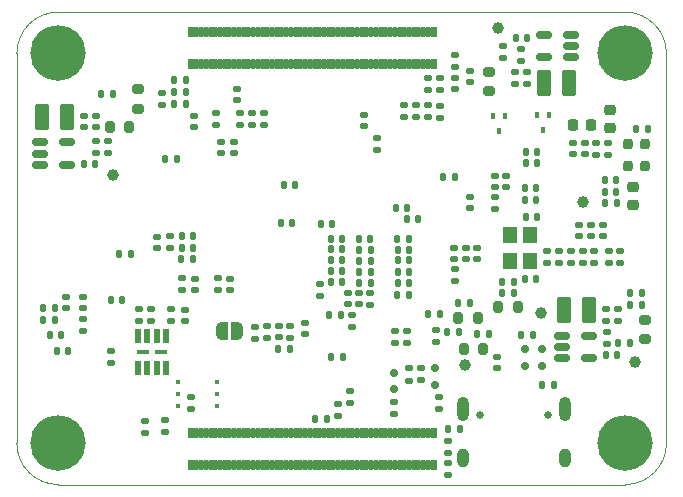
<source format=gbs>
G04 #@! TF.GenerationSoftware,KiCad,Pcbnew,9.0.2+dfsg-1*
G04 #@! TF.CreationDate,2025-11-26T16:26:47+01:00*
G04 #@! TF.ProjectId,ulx5m-gs,756c7835-6d2d-4677-932e-6b696361645f,rev?*
G04 #@! TF.SameCoordinates,Original*
G04 #@! TF.FileFunction,Soldermask,Bot*
G04 #@! TF.FilePolarity,Negative*
%FSLAX46Y46*%
G04 Gerber Fmt 4.6, Leading zero omitted, Abs format (unit mm)*
G04 Created by KiCad (PCBNEW 9.0.2+dfsg-1) date 2025-11-26 16:26:47*
%MOMM*%
%LPD*%
G01*
G04 APERTURE LIST*
G04 Aperture macros list*
%AMRoundRect*
0 Rectangle with rounded corners*
0 $1 Rounding radius*
0 $2 $3 $4 $5 $6 $7 $8 $9 X,Y pos of 4 corners*
0 Add a 4 corners polygon primitive as box body*
4,1,4,$2,$3,$4,$5,$6,$7,$8,$9,$2,$3,0*
0 Add four circle primitives for the rounded corners*
1,1,$1+$1,$2,$3*
1,1,$1+$1,$4,$5*
1,1,$1+$1,$6,$7*
1,1,$1+$1,$8,$9*
0 Add four rect primitives between the rounded corners*
20,1,$1+$1,$2,$3,$4,$5,0*
20,1,$1+$1,$4,$5,$6,$7,0*
20,1,$1+$1,$6,$7,$8,$9,0*
20,1,$1+$1,$8,$9,$2,$3,0*%
%AMFreePoly0*
4,1,23,0.500000,-0.750000,0.000000,-0.750000,0.000000,-0.745722,-0.065263,-0.745722,-0.191342,-0.711940,-0.304381,-0.646677,-0.396677,-0.554381,-0.461940,-0.441342,-0.495722,-0.315263,-0.495722,-0.250000,-0.500000,-0.250000,-0.500000,0.250000,-0.495722,0.250000,-0.495722,0.315263,-0.461940,0.441342,-0.396677,0.554381,-0.304381,0.646677,-0.191342,0.711940,-0.065263,0.745722,0.000000,0.745722,
0.000000,0.750000,0.500000,0.750000,0.500000,-0.750000,0.500000,-0.750000,$1*%
%AMFreePoly1*
4,1,23,0.000000,0.745722,0.065263,0.745722,0.191342,0.711940,0.304381,0.646677,0.396677,0.554381,0.461940,0.441342,0.495722,0.315263,0.495722,0.250000,0.500000,0.250000,0.500000,-0.250000,0.495722,-0.250000,0.495722,-0.315263,0.461940,-0.441342,0.396677,-0.554381,0.304381,-0.646677,0.191342,-0.711940,0.065263,-0.745722,0.000000,-0.745722,0.000000,-0.750000,-0.500000,-0.750000,
-0.500000,0.750000,0.000000,0.750000,0.000000,0.745722,0.000000,0.745722,$1*%
G04 Aperture macros list end*
%ADD10C,4.700000*%
%ADD11C,0.650000*%
%ADD12O,1.000000X1.600000*%
%ADD13O,1.000000X2.100000*%
%ADD14RoundRect,0.200000X0.275000X-0.200000X0.275000X0.200000X-0.275000X0.200000X-0.275000X-0.200000X0*%
%ADD15RoundRect,0.140000X-0.140000X-0.170000X0.140000X-0.170000X0.140000X0.170000X-0.140000X0.170000X0*%
%ADD16RoundRect,0.140000X0.140000X0.170000X-0.140000X0.170000X-0.140000X-0.170000X0.140000X-0.170000X0*%
%ADD17RoundRect,0.140000X-0.170000X0.140000X-0.170000X-0.140000X0.170000X-0.140000X0.170000X0.140000X0*%
%ADD18RoundRect,0.140000X0.170000X-0.140000X0.170000X0.140000X-0.170000X0.140000X-0.170000X-0.140000X0*%
%ADD19RoundRect,0.135000X0.185000X-0.135000X0.185000X0.135000X-0.185000X0.135000X-0.185000X-0.135000X0*%
%ADD20RoundRect,0.150000X0.200000X-0.150000X0.200000X0.150000X-0.200000X0.150000X-0.200000X-0.150000X0*%
%ADD21RoundRect,0.135000X-0.135000X-0.185000X0.135000X-0.185000X0.135000X0.185000X-0.135000X0.185000X0*%
%ADD22RoundRect,0.218750X-0.256250X0.218750X-0.256250X-0.218750X0.256250X-0.218750X0.256250X0.218750X0*%
%ADD23RoundRect,0.250000X-0.375000X-0.850000X0.375000X-0.850000X0.375000X0.850000X-0.375000X0.850000X0*%
%ADD24RoundRect,0.135000X-0.185000X0.135000X-0.185000X-0.135000X0.185000X-0.135000X0.185000X0.135000X0*%
%ADD25RoundRect,0.200000X-0.200000X-0.275000X0.200000X-0.275000X0.200000X0.275000X-0.200000X0.275000X0*%
%ADD26FreePoly0,0.000000*%
%ADD27FreePoly1,0.000000*%
%ADD28C,1.000000*%
%ADD29RoundRect,0.135000X0.135000X0.185000X-0.135000X0.185000X-0.135000X-0.185000X0.135000X-0.185000X0*%
%ADD30RoundRect,0.102000X0.115000X0.330000X-0.115000X0.330000X-0.115000X-0.330000X0.115000X-0.330000X0*%
%ADD31RoundRect,0.102000X0.175000X0.330000X-0.175000X0.330000X-0.175000X-0.330000X0.175000X-0.330000X0*%
%ADD32RoundRect,0.150000X-0.200000X0.150000X-0.200000X-0.150000X0.200000X-0.150000X0.200000X0.150000X0*%
%ADD33RoundRect,0.218750X0.256250X-0.218750X0.256250X0.218750X-0.256250X0.218750X-0.256250X-0.218750X0*%
%ADD34RoundRect,0.150000X0.512500X0.150000X-0.512500X0.150000X-0.512500X-0.150000X0.512500X-0.150000X0*%
%ADD35RoundRect,0.150000X-0.512500X-0.150000X0.512500X-0.150000X0.512500X0.150000X-0.512500X0.150000X0*%
%ADD36RoundRect,0.218750X-0.218750X-0.256250X0.218750X-0.256250X0.218750X0.256250X-0.218750X0.256250X0*%
%ADD37RoundRect,0.100000X0.100000X-0.155000X0.100000X0.155000X-0.100000X0.155000X-0.100000X-0.155000X0*%
%ADD38RoundRect,0.065500X0.196500X-0.556500X0.196500X0.556500X-0.196500X0.556500X-0.196500X-0.556500X0*%
%ADD39RoundRect,0.050500X0.451500X-0.151500X0.451500X0.151500X-0.451500X0.151500X-0.451500X-0.151500X0*%
%ADD40RoundRect,0.200000X0.200000X0.275000X-0.200000X0.275000X-0.200000X-0.275000X0.200000X-0.275000X0*%
%ADD41R,1.200000X1.400000*%
%ADD42RoundRect,0.250000X0.375000X0.850000X-0.375000X0.850000X-0.375000X-0.850000X0.375000X-0.850000X0*%
%ADD43RoundRect,0.200000X0.200000X0.250000X-0.200000X0.250000X-0.200000X-0.250000X0.200000X-0.250000X0*%
%ADD44C,0.450000*%
G04 #@! TA.AperFunction,Profile*
%ADD45C,0.100000*%
G04 #@! TD*
G04 APERTURE END LIST*
D10*
X62710000Y-93980000D03*
X110710000Y-60980000D03*
D11*
X98410000Y-91618750D03*
X104190000Y-91618750D03*
D12*
X96982000Y-95268750D03*
D13*
X96982000Y-91088750D03*
X105618000Y-91088750D03*
D12*
X105618000Y-95268750D03*
D10*
X110710000Y-93980000D03*
X62710000Y-60980000D03*
D14*
X99210000Y-64180000D03*
X99210000Y-62530000D03*
D15*
X84970000Y-75410000D03*
X85930000Y-75410000D03*
X88210000Y-77610000D03*
X89170000Y-77610000D03*
X91440000Y-77580000D03*
X92400000Y-77580000D03*
D16*
X96610000Y-84550000D03*
X95650000Y-84550000D03*
D17*
X96240000Y-77430000D03*
X96240000Y-78390000D03*
D18*
X110090000Y-83600000D03*
X110090000Y-82640000D03*
D19*
X110310000Y-78700000D03*
X110310000Y-77680000D03*
D14*
X112370000Y-85185000D03*
X112370000Y-83535000D03*
D18*
X73460000Y-83620000D03*
X73460000Y-82660000D03*
X99660000Y-74110000D03*
X99660000Y-73150000D03*
D20*
X94620000Y-87640000D03*
X94620000Y-89040000D03*
D17*
X94670000Y-84410000D03*
X94670000Y-85370000D03*
D21*
X85800000Y-86680000D03*
X86820000Y-86680000D03*
D22*
X109440000Y-65730000D03*
X109440000Y-67305000D03*
D15*
X88210000Y-79460000D03*
X89170000Y-79460000D03*
D17*
X89670000Y-68160000D03*
X89670000Y-69120000D03*
D19*
X95700000Y-96695000D03*
X95700000Y-95675000D03*
D15*
X67140000Y-81840000D03*
X68100000Y-81840000D03*
D19*
X73990000Y-91120000D03*
X73990000Y-90100000D03*
D18*
X95000000Y-64060000D03*
X95000000Y-63100000D03*
X77230000Y-81000000D03*
X77230000Y-80040000D03*
D16*
X92270000Y-74040000D03*
X91310000Y-74040000D03*
X103160000Y-80060000D03*
X102200000Y-80060000D03*
D17*
X107285000Y-68570000D03*
X107285000Y-69530000D03*
D21*
X100260000Y-80340000D03*
X101280000Y-80340000D03*
D16*
X109970000Y-71720000D03*
X109010000Y-71720000D03*
D23*
X105505000Y-82680000D03*
X107655000Y-82680000D03*
D24*
X79410000Y-84110000D03*
X79410000Y-85130000D03*
D25*
X99985000Y-82470000D03*
X101635000Y-82470000D03*
D26*
X76580000Y-84510000D03*
D27*
X77880000Y-84510000D03*
D16*
X97540000Y-82150000D03*
X96580000Y-82150000D03*
D17*
X106295000Y-68570000D03*
X106295000Y-69530000D03*
D18*
X77610000Y-69410000D03*
X77610000Y-68450000D03*
D17*
X80400000Y-84070000D03*
X80400000Y-85030000D03*
D15*
X91440000Y-80440000D03*
X92400000Y-80440000D03*
D19*
X80140000Y-67010000D03*
X80140000Y-65990000D03*
D18*
X97540000Y-74060000D03*
X97540000Y-73100000D03*
X96270000Y-80220000D03*
X96270000Y-79260000D03*
D28*
X107130000Y-73590000D03*
D18*
X88590000Y-67160000D03*
X88590000Y-66200000D03*
D15*
X91440000Y-79460000D03*
X92400000Y-79460000D03*
D18*
X65880000Y-67220000D03*
X65880000Y-66260000D03*
D24*
X72230000Y-82610000D03*
X72230000Y-83630000D03*
D18*
X106835000Y-76430000D03*
X106835000Y-75470000D03*
X74300000Y-81000000D03*
X74300000Y-80040000D03*
D17*
X92210000Y-84500000D03*
X92210000Y-85460000D03*
D16*
X102410000Y-59640000D03*
X101450000Y-59640000D03*
X109970000Y-72690000D03*
X109010000Y-72690000D03*
D14*
X69495001Y-65642000D03*
X69495001Y-63992000D03*
D29*
X112110000Y-81240000D03*
X111090000Y-81240000D03*
D19*
X65910000Y-69430000D03*
X65910000Y-68410000D03*
D17*
X101410000Y-62590000D03*
X101410000Y-63550000D03*
D30*
X94010000Y-93125000D03*
X94010000Y-95835000D03*
X93610000Y-93125000D03*
X93610000Y-95835000D03*
X93210000Y-93125000D03*
X93210000Y-95835000D03*
X92810000Y-93125000D03*
X92810000Y-95835000D03*
X92410000Y-93125000D03*
X92410000Y-95835000D03*
X92010000Y-93125000D03*
X92010000Y-95835000D03*
X91610000Y-93125000D03*
X91610000Y-95835000D03*
X91210000Y-93125000D03*
X91210000Y-95835000D03*
X90810000Y-93125000D03*
X90810000Y-95835000D03*
X90410000Y-93125000D03*
X90410000Y-95835000D03*
X90010000Y-93125000D03*
X90010000Y-95835000D03*
X89610000Y-93125000D03*
X89610000Y-95835000D03*
X89210000Y-93125000D03*
X89210000Y-95835000D03*
X88810000Y-93125000D03*
X88810000Y-95835000D03*
X88410000Y-93125000D03*
X88410000Y-95835000D03*
X88010000Y-93125000D03*
X88010000Y-95835000D03*
X87610000Y-93125000D03*
X87610000Y-95835000D03*
X87210000Y-93125000D03*
X87210000Y-95835000D03*
X86810000Y-93125000D03*
X86810000Y-95835000D03*
X86410000Y-93125000D03*
X86410000Y-95835000D03*
X86010000Y-93125000D03*
X86010000Y-95835000D03*
X85610000Y-93125000D03*
X85610000Y-95835000D03*
X85210000Y-93125000D03*
X85210000Y-95835000D03*
X84810000Y-93125000D03*
X84810000Y-95835000D03*
X84410000Y-93125000D03*
X84410000Y-95835000D03*
X84010000Y-93125000D03*
X84010000Y-95835000D03*
X83610000Y-93125000D03*
X83610000Y-95835000D03*
X83210000Y-93125000D03*
X83210000Y-95835000D03*
X82810000Y-93125000D03*
X82810000Y-95835000D03*
X82410000Y-93125000D03*
X82410000Y-95835000D03*
X82010000Y-93125000D03*
X82010000Y-95835000D03*
X81610000Y-93125000D03*
X81610000Y-95835000D03*
X81210000Y-93125000D03*
X81210000Y-95835000D03*
X80810000Y-93125000D03*
X80810000Y-95835000D03*
X80410000Y-93125000D03*
X80410000Y-95835000D03*
X80010000Y-93125000D03*
X80010000Y-95835000D03*
X79610000Y-93125000D03*
X79610000Y-95835000D03*
X79210000Y-93125000D03*
X79210000Y-95835000D03*
X78810000Y-93125000D03*
X78810000Y-95835000D03*
X78410000Y-93125000D03*
X78410000Y-95835000D03*
X78010000Y-93125000D03*
X78010000Y-95835000D03*
X77610000Y-93125000D03*
X77610000Y-95835000D03*
X77210000Y-93125000D03*
X77210000Y-95835000D03*
X76810000Y-93125000D03*
X76810000Y-95835000D03*
X76410000Y-93125000D03*
X76410000Y-95835000D03*
X76010000Y-93125000D03*
X76010000Y-95835000D03*
X75610000Y-93125000D03*
X75610000Y-95835000D03*
X75210000Y-93125000D03*
X75210000Y-95835000D03*
X74810000Y-93125000D03*
X74810000Y-95835000D03*
X74410000Y-93125000D03*
X74410000Y-95835000D03*
D31*
X94485000Y-93125000D03*
X94485000Y-95835000D03*
X73935000Y-93125000D03*
X73935000Y-95835000D03*
D24*
X94020000Y-65380000D03*
X94020000Y-66400000D03*
D15*
X88210000Y-78540000D03*
X89170000Y-78540000D03*
D17*
X70560000Y-82650000D03*
X70560000Y-83610000D03*
X109275000Y-68580000D03*
X109275000Y-69540000D03*
D29*
X62440000Y-82540000D03*
X61420000Y-82540000D03*
D24*
X66920000Y-68400000D03*
X66920000Y-69420000D03*
D32*
X103650000Y-87417500D03*
X103650000Y-86017500D03*
D29*
X111130000Y-85530000D03*
X110110000Y-85530000D03*
D18*
X67200000Y-87150000D03*
X67200000Y-86190000D03*
X100630000Y-72280000D03*
X100630000Y-71320000D03*
D17*
X77820000Y-64000000D03*
X77820000Y-64960000D03*
D18*
X88210000Y-82230000D03*
X88210000Y-81270000D03*
D21*
X85610000Y-83130000D03*
X86630000Y-83130000D03*
D17*
X96270000Y-61150000D03*
X96270000Y-62110000D03*
D18*
X83600000Y-84770000D03*
X83600000Y-83810000D03*
X76230000Y-80990000D03*
X76230000Y-80030000D03*
D33*
X111365000Y-73837500D03*
X111365000Y-72262500D03*
D18*
X89150000Y-82240000D03*
X89150000Y-81280000D03*
D16*
X86760000Y-80340000D03*
X85800000Y-80340000D03*
D24*
X92380000Y-87650000D03*
X92380000Y-88670000D03*
D19*
X91110000Y-91530000D03*
X91110000Y-90510000D03*
D23*
X61340000Y-66320000D03*
X63490000Y-66320000D03*
D29*
X82340000Y-86000000D03*
X81320000Y-86000000D03*
D15*
X88180000Y-76690000D03*
X89140000Y-76690000D03*
D18*
X108795000Y-76430000D03*
X108795000Y-75470000D03*
D16*
X112608750Y-67390000D03*
X111648750Y-67390000D03*
D32*
X102200000Y-87407500D03*
X102200000Y-86007500D03*
D29*
X62440000Y-83550000D03*
X61420000Y-83550000D03*
D18*
X94030000Y-64050000D03*
X94030000Y-63090000D03*
D28*
X99940000Y-58830000D03*
D16*
X101270000Y-81280000D03*
X100310000Y-81280000D03*
D24*
X106110000Y-77680000D03*
X106110000Y-78700000D03*
X87590000Y-83140000D03*
X87590000Y-84160000D03*
D34*
X106107500Y-59400000D03*
X106107500Y-60350000D03*
X106107500Y-61300000D03*
X103832500Y-61300000D03*
X103832500Y-59400000D03*
D17*
X91250000Y-84500000D03*
X91250000Y-85460000D03*
D19*
X109320000Y-78710000D03*
X109320000Y-77690000D03*
D21*
X72520000Y-64260000D03*
X73540000Y-64260000D03*
D18*
X109050000Y-83600000D03*
X109050000Y-82640000D03*
D16*
X86760000Y-77570000D03*
X85800000Y-77570000D03*
D19*
X93390000Y-88660000D03*
X93390000Y-87640000D03*
D15*
X91430000Y-76660000D03*
X92390000Y-76660000D03*
D16*
X86770000Y-76650000D03*
X85810000Y-76650000D03*
D18*
X96290000Y-64000000D03*
X96290000Y-63040000D03*
D24*
X92020000Y-65380000D03*
X92020000Y-66400000D03*
D15*
X102235000Y-73360000D03*
X103195000Y-73360000D03*
D35*
X105400000Y-86790000D03*
X105400000Y-85840000D03*
X105400000Y-84890000D03*
X107675000Y-84890000D03*
X107675000Y-86790000D03*
D19*
X70070000Y-93110000D03*
X70070000Y-92090000D03*
D24*
X69560000Y-82610000D03*
X69560000Y-83630000D03*
D29*
X95070000Y-83060000D03*
X94050000Y-83060000D03*
D36*
X106272500Y-67060000D03*
X107847500Y-67060000D03*
D15*
X102235000Y-72360000D03*
X103195000Y-72360000D03*
D29*
X99190000Y-84740000D03*
X98170000Y-84740000D03*
D28*
X97110000Y-87320000D03*
D29*
X112115000Y-82240000D03*
X111095000Y-82240000D03*
D15*
X91440000Y-78500000D03*
X92400000Y-78500000D03*
D16*
X82750000Y-72120000D03*
X81790000Y-72120000D03*
D18*
X64900000Y-67220000D03*
X64900000Y-66260000D03*
D24*
X71515001Y-64327000D03*
X71515001Y-65347000D03*
D37*
X103260000Y-66195000D03*
X104260000Y-66195000D03*
X103760000Y-67485000D03*
D18*
X72160000Y-77410000D03*
X72160000Y-76450000D03*
D24*
X101930000Y-60600000D03*
X101930000Y-61620000D03*
D37*
X99500000Y-66255000D03*
X100500000Y-66255000D03*
X100000000Y-67545000D03*
D24*
X107110000Y-77680000D03*
X107110000Y-78700000D03*
D38*
X71855000Y-87630000D03*
X71055000Y-87630000D03*
X70255000Y-87630000D03*
X69455000Y-87630000D03*
X69455000Y-84940000D03*
X70255000Y-84940000D03*
X71055000Y-84940000D03*
X71855000Y-84940000D03*
D39*
X71455000Y-86285000D03*
X69855000Y-86285000D03*
D15*
X102315000Y-69290000D03*
X103275000Y-69290000D03*
D16*
X86760000Y-78490000D03*
X85800000Y-78490000D03*
X96280000Y-71430000D03*
X95320000Y-71430000D03*
D17*
X64830000Y-83500000D03*
X64830000Y-84460000D03*
D21*
X101895000Y-84835000D03*
X102915000Y-84835000D03*
D16*
X68850000Y-77960000D03*
X67890000Y-77960000D03*
D15*
X62005000Y-84820000D03*
X62965000Y-84820000D03*
D16*
X63560000Y-86130000D03*
X62600000Y-86130000D03*
D15*
X102315000Y-70290000D03*
X103275000Y-70290000D03*
D18*
X74205000Y-67215000D03*
X74205000Y-66255000D03*
D19*
X87410000Y-90540000D03*
X87410000Y-89520000D03*
X86410000Y-91670000D03*
X86410000Y-90650000D03*
D18*
X63360000Y-82550000D03*
X63360000Y-81590000D03*
D15*
X92230000Y-75010000D03*
X93190000Y-75010000D03*
D40*
X98225000Y-83340000D03*
X96575000Y-83340000D03*
D19*
X78130000Y-67020000D03*
X78130000Y-66000000D03*
D17*
X99870000Y-86650000D03*
X99870000Y-87610000D03*
D19*
X94955000Y-91045000D03*
X94955000Y-90025000D03*
D15*
X102305000Y-74820000D03*
X103265000Y-74820000D03*
D24*
X105110000Y-77690000D03*
X105110000Y-78710000D03*
D29*
X67340000Y-64385000D03*
X66320000Y-64385000D03*
D21*
X95695000Y-92810000D03*
X96715000Y-92810000D03*
D18*
X97550000Y-63430000D03*
X97550000Y-62470000D03*
X64830000Y-82540000D03*
X64830000Y-81580000D03*
D19*
X100380000Y-61390000D03*
X100380000Y-60370000D03*
D41*
X102650000Y-76330000D03*
X102650000Y-78530000D03*
X100950000Y-78530000D03*
X100950000Y-76330000D03*
D24*
X95020000Y-65390000D03*
X95020000Y-66410000D03*
D40*
X98705000Y-86000000D03*
X97055000Y-86000000D03*
D21*
X72535000Y-63210000D03*
X73555000Y-63210000D03*
D19*
X109160000Y-85590000D03*
X109160000Y-84570000D03*
D30*
X94010000Y-59125000D03*
X94010000Y-61835000D03*
X93610000Y-59125000D03*
X93610000Y-61835000D03*
X93210000Y-59125000D03*
X93210000Y-61835000D03*
X92810000Y-59125000D03*
X92810000Y-61835000D03*
X92410000Y-59125000D03*
X92410000Y-61835000D03*
X92010000Y-59125000D03*
X92010000Y-61835000D03*
X91610000Y-59125000D03*
X91610000Y-61835000D03*
X91210000Y-59125000D03*
X91210000Y-61835000D03*
X90810000Y-59125000D03*
X90810000Y-61835000D03*
X90410000Y-59125000D03*
X90410000Y-61835000D03*
X90010000Y-59125000D03*
X90010000Y-61835000D03*
X89610000Y-59125000D03*
X89610000Y-61835000D03*
X89210000Y-59125000D03*
X89210000Y-61835000D03*
X88810000Y-59125000D03*
X88810000Y-61835000D03*
X88410000Y-59125000D03*
X88410000Y-61835000D03*
X88010000Y-59125000D03*
X88010000Y-61835000D03*
X87610000Y-59125000D03*
X87610000Y-61835000D03*
X87210000Y-59125000D03*
X87210000Y-61835000D03*
X86810000Y-59125000D03*
X86810000Y-61835000D03*
X86410000Y-59125000D03*
X86410000Y-61835000D03*
X86010000Y-59125000D03*
X86010000Y-61835000D03*
X85610000Y-59125000D03*
X85610000Y-61835000D03*
X85210000Y-59125000D03*
X85210000Y-61835000D03*
X84810000Y-59125000D03*
X84810000Y-61835000D03*
X84410000Y-59125000D03*
X84410000Y-61835000D03*
X84010000Y-59125000D03*
X84010000Y-61835000D03*
X83610000Y-59125000D03*
X83610000Y-61835000D03*
X83210000Y-59125000D03*
X83210000Y-61835000D03*
X82810000Y-59125000D03*
X82810000Y-61835000D03*
X82410000Y-59125000D03*
X82410000Y-61835000D03*
X82010000Y-59125000D03*
X82010000Y-61835000D03*
X81610000Y-59125000D03*
X81610000Y-61835000D03*
X81210000Y-59125000D03*
X81210000Y-61835000D03*
X80810000Y-59125000D03*
X80810000Y-61835000D03*
X80410000Y-59125000D03*
X80410000Y-61835000D03*
X80010000Y-59125000D03*
X80010000Y-61835000D03*
X79610000Y-59125000D03*
X79610000Y-61835000D03*
X79210000Y-59125000D03*
X79210000Y-61835000D03*
X78810000Y-59125000D03*
X78810000Y-61835000D03*
X78410000Y-59125000D03*
X78410000Y-61835000D03*
X78010000Y-59125000D03*
X78010000Y-61835000D03*
X77610000Y-59125000D03*
X77610000Y-61835000D03*
X77210000Y-59125000D03*
X77210000Y-61835000D03*
X76810000Y-59125000D03*
X76810000Y-61835000D03*
X76410000Y-59125000D03*
X76410000Y-61835000D03*
X76010000Y-59125000D03*
X76010000Y-61835000D03*
X75610000Y-59125000D03*
X75610000Y-61835000D03*
X75210000Y-59125000D03*
X75210000Y-61835000D03*
X74810000Y-59125000D03*
X74810000Y-61835000D03*
X74410000Y-59125000D03*
X74410000Y-61835000D03*
D31*
X94485000Y-59125000D03*
X94485000Y-61835000D03*
X73935000Y-59125000D03*
X73935000Y-61835000D03*
D42*
X105955000Y-63490000D03*
X103805000Y-63490000D03*
D18*
X99650000Y-72280000D03*
X99650000Y-71320000D03*
X87250000Y-82200000D03*
X87250000Y-81240000D03*
D24*
X76110000Y-66010000D03*
X76110000Y-67030000D03*
D17*
X97220000Y-77430000D03*
X97220000Y-78390000D03*
D19*
X79130000Y-67010000D03*
X79130000Y-65990000D03*
D25*
X67055000Y-67190000D03*
X68705000Y-67190000D03*
D15*
X88210000Y-80380000D03*
X89170000Y-80380000D03*
D32*
X91140000Y-89420000D03*
X91140000Y-88020000D03*
D28*
X103620000Y-82940000D03*
D15*
X109100000Y-86550000D03*
X110060000Y-86550000D03*
D17*
X102400000Y-62590000D03*
X102400000Y-63550000D03*
X98200000Y-77430000D03*
X98200000Y-78390000D03*
D16*
X86760000Y-79420000D03*
X85800000Y-79420000D03*
D43*
X112383750Y-68635000D03*
X112383750Y-70485000D03*
X110933750Y-70485000D03*
X110933750Y-68635000D03*
D18*
X76510000Y-69410000D03*
X76510000Y-68450000D03*
D16*
X109980000Y-73660000D03*
X109020000Y-73660000D03*
D18*
X71050000Y-77450000D03*
X71050000Y-76490000D03*
D17*
X108285000Y-68580000D03*
X108285000Y-69540000D03*
D19*
X108110000Y-78700000D03*
X108110000Y-77680000D03*
D24*
X71790000Y-92050000D03*
X71790000Y-93070000D03*
X104110000Y-77690000D03*
X104110000Y-78710000D03*
D18*
X73180000Y-80990000D03*
X73180000Y-80030000D03*
D17*
X82360000Y-84070000D03*
X82360000Y-85030000D03*
D19*
X95705000Y-94770000D03*
X95705000Y-93750000D03*
D24*
X93020000Y-65380000D03*
X93020000Y-66400000D03*
D35*
X61190000Y-70410000D03*
X61190000Y-69460000D03*
X61190000Y-68510000D03*
X63465000Y-68510000D03*
X63465000Y-70410000D03*
D28*
X67335000Y-71230000D03*
D16*
X82510000Y-75320000D03*
X81550000Y-75320000D03*
X92390000Y-81430000D03*
X91430000Y-81430000D03*
X74140000Y-76470000D03*
X73180000Y-76470000D03*
D18*
X107815000Y-76430000D03*
X107815000Y-75470000D03*
D29*
X104670000Y-89070000D03*
X103650000Y-89070000D03*
D17*
X84860000Y-80540000D03*
X84860000Y-81500000D03*
D16*
X74150000Y-77450000D03*
X73190000Y-77450000D03*
D29*
X73540000Y-65285000D03*
X72520000Y-65285000D03*
D16*
X74100000Y-78410000D03*
X73140000Y-78410000D03*
D21*
X84450000Y-91920000D03*
X85470000Y-91920000D03*
D15*
X64880000Y-70330000D03*
X65840000Y-70330000D03*
D28*
X111570000Y-87070000D03*
D17*
X81380000Y-84060000D03*
X81380000Y-85020000D03*
D29*
X72810000Y-69890000D03*
X71790000Y-69890000D03*
D44*
X72855000Y-88835000D03*
X76150000Y-88830000D03*
X76150000Y-90830000D03*
X72850000Y-90830000D03*
X76150000Y-89830000D03*
X72850000Y-89830000D03*
D45*
X62710000Y-57480000D02*
X110710000Y-57480000D01*
X62710000Y-97480000D02*
X110710000Y-97480000D01*
X114210000Y-93980000D02*
G75*
G02*
X110710000Y-97480000I-3500000J0D01*
G01*
X110710000Y-57480000D02*
G75*
G02*
X114210000Y-60980000I0J-3500000D01*
G01*
X114210000Y-93980000D02*
X114210000Y-60980000D01*
X59210000Y-60980000D02*
G75*
G02*
X62710000Y-57480000I3500000J0D01*
G01*
X62710000Y-97480000D02*
G75*
G02*
X59210000Y-93980000I0J3500000D01*
G01*
X59210000Y-60980000D02*
X59210000Y-93980000D01*
M02*

</source>
